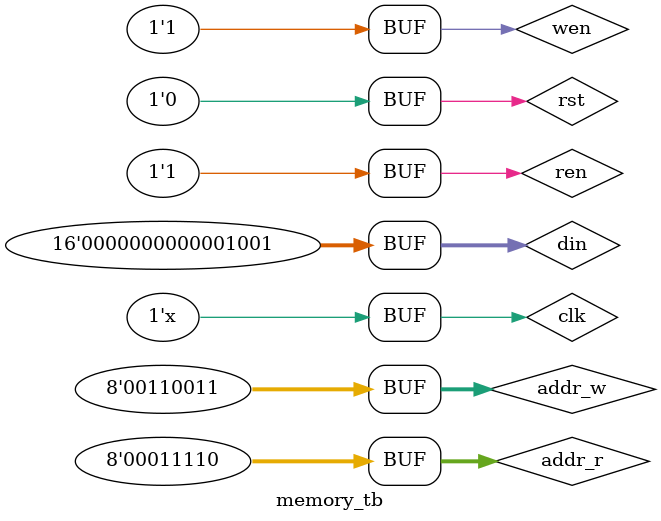
<source format=sv>
`timescale 1ns / 1ps


module memory_tb;


    parameter DATA_WIDTH = 16;
    parameter SIZE = 256;

    bit clk;
    bit rst;
    bit wen;                  // Tín hiệu ghi
    bit ren;                  // Tín hiệu đọc
    bit [$clog2(SIZE)-1:0] addr_w;         // Địa chỉ ghi
    bit [$clog2(SIZE)-1:0] addr_r;         // Địa chỉ đọc
    bit [DATA_WIDTH - 1:0] din;            // Dữ liệu đầu vào
    wire [DATA_WIDTH - 1:0] dout;            // Dữ liệu đầu ra

    initial begin
        rst = 1;
        #120
        rst = 0;
        
        // write
        ren = 0; wen = 1; addr_w = 2; din = 5;
        #4
        ren = 0; wen = 1; addr_w = 3; din = 20;
        #4
        ren = 0; wen = 1; addr_w = 5; din = 99;
        // read
        #4
        ren = 1; wen = 0; addr_r = 2;
        #4
        ren = 1; wen = 0; addr_r = 3;
        #4
        ren = 1; wen = 0; addr_r = 5;
        
        // write and read
        #4
        ren = 1; wen = 1; addr_w = 10; addr_r = 2; din = 200;
        #4
        ren = 1; wen = 1; addr_w = 20; addr_r = 10; din = 100;
        #4
        ren = 1; wen = 1; addr_w = 30; addr_r = 30; din = 450;
        #4
        ren = 1; wen = 1; addr_w = 50; addr_r = 20; din = 1;
        #4
        ren = 1; wen = 1; addr_w = 51; addr_r = 30; din = 9;
    end
    
always #2 clk = ~clk;
    
    
    memory #(.EN_OUT_FF(0))
           mem(.clk(clk),
               .rst(rst),
               .wen(wen),
               .ren(ren),
               .addr_w(addr_w),
               .addr_r(addr_r),
               .din(din),
               .dout(dout));
endmodule

</source>
